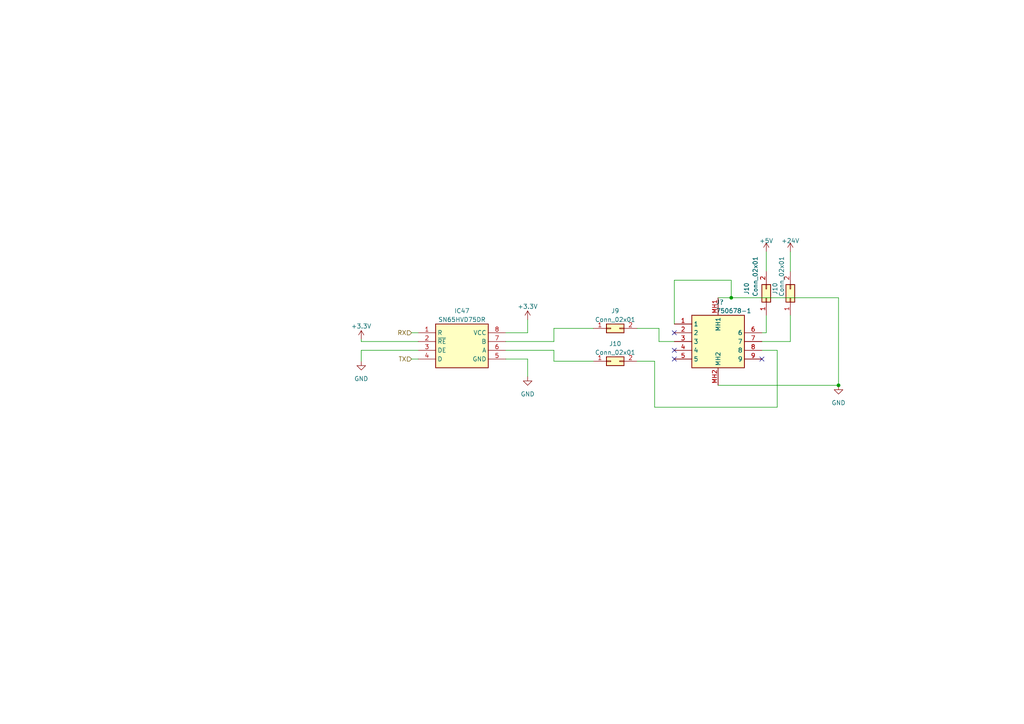
<source format=kicad_sch>
(kicad_sch (version 20230121) (generator eeschema)
  (paper "A4")
  (lib_symbols
    (symbol "750678-1:750678-1"
      (property "Reference" "J" (at 21.59 12.7 0))
      (property "Value" "750678-1" (at 21.59 10.16 0))
      (symbol "750678-1_1_1"
        (rectangle (start 5.08 7.62) (end 20.32 -7.62) (stroke (width 0.254)) (fill (type background)))
        (pin passive line (at 17.78 12.7 270) (length 5.08) (name "1") (number "1"))
        (pin passive line (at 15.24 12.7 270) (length 5.08) (name "2") (number "2"))
        (pin passive line (at 12.7 12.7 270) (length 5.08) (name "3") (number "3"))
        (pin passive line (at 10.16 12.7 270) (length 5.08) (name "4") (number "4"))
        (pin passive line (at 7.62 12.7 270) (length 5.08) (name "5") (number "5"))
        (pin passive line (at 15.24 -12.7 90) (length 5.08) (name "6") (number "6"))
        (pin passive line (at 12.7 -12.7 90) (length 5.08) (name "7") (number "7"))
        (pin passive line (at 10.16 -12.7 90) (length 5.08) (name "8") (number "8"))
        (pin passive line (at 7.62 -12.7 90) (length 5.08) (name "9") (number "9"))
        (pin passive line (at 25.4 0 180) (length 5.08) (name "MH1") (number "MH1"))
        (pin passive line (at 0 0 0) (length 5.08) (name "MH2") (number "MH2"))
      )
    )
    (symbol "Connector_Generic:Conn_02x01" (pin_names (offset 1.016) hide)
      (property "Reference" "J" (at 1.27 2.54 0))
      (property "Value" "Conn_02x01" (at 1.27 -2.54 0))
      (symbol "Conn_02x01_1_1"
        (rectangle (start -1.27 0.127) (end 0 -0.127) (stroke (width 0.1524)))
        (rectangle (start -1.27 1.27) (end 3.81 -1.27) (stroke (width 0.254)) (fill (type background)))
        (rectangle (start 3.81 0.127) (end 2.54 -0.127) (stroke (width 0.1524)))
        (pin passive line (at -5.08 0 0) (length 3.81) (name "Pin_1") (number "1"))
        (pin passive line (at 7.62 0 180) (length 3.81) (name "Pin_2") (number "2"))
      )
    )
    (symbol "SN65HVD75DR:SN65HVD75DR"
      (property "Reference" "IC" (at 21.59 7.62 0))
      (property "Value" "SN65HVD75DR" (at 21.59 5.08 0))
      (symbol "SN65HVD75DR_1_1"
        (rectangle (start 5.08 2.54) (end 20.32 -10.16) (stroke (width 0.254)) (fill (type background)))
        (pin passive line (at 0 0 0) (length 5.08) (name "R") (number "1"))
        (pin passive line (at 0 -2.54 0) (length 5.08) (name "~{RE}") (number "2"))
        (pin passive line (at 0 -5.08 0) (length 5.08) (name "DE") (number "3"))
        (pin passive line (at 0 -7.62 0) (length 5.08) (name "D") (number "4"))
        (pin passive line (at 25.4 -7.62 180) (length 5.08) (name "GND") (number "5"))
        (pin passive line (at 25.4 -5.08 180) (length 5.08) (name "A") (number "6"))
        (pin passive line (at 25.4 -2.54 180) (length 5.08) (name "B") (number "7"))
        (pin passive line (at 25.4 0 180) (length 5.08) (name "VCC") (number "8"))
      )
    )
    (symbol "power:+24V" (power) (pin_names (offset 0))
      (property "Value" "+24V" (at 0 3.556 0))
      (symbol "+24V_0_1"
        (polyline (pts (xy -0.762 1.27) (xy 0 2.54)))
        (polyline (pts (xy 0 0) (xy 0 2.54)))
        (polyline (pts (xy 0 2.54) (xy 0.762 1.27)))
      )
      (symbol "+24V_1_1"
        (pin power_in line (at 0 0 90) (length 0) hide (name "+24V") (number "1"))
      )
    )
    (symbol "power:+3.3V" (power) (pin_names (offset 0))
      (property "Value" "+3.3V" (at 0 3.556 0))
      (symbol "+3.3V_0_1"
        (polyline (pts (xy -0.762 1.27) (xy 0 2.54)))
        (polyline (pts (xy 0 0) (xy 0 2.54)))
        (polyline (pts (xy 0 2.54) (xy 0.762 1.27)))
      )
      (symbol "+3.3V_1_1"
        (pin power_in line (at 0 0 90) (length 0) hide (name "+3.3V") (number "1"))
      )
    )
    (symbol "power:+5V" (power) (pin_names (offset 0))
      (property "Value" "+5V" (at 0 3.556 0))
      (symbol "+5V_0_1"
        (polyline (pts (xy -0.762 1.27) (xy 0 2.54)))
        (polyline (pts (xy 0 0) (xy 0 2.54)))
        (polyline (pts (xy 0 2.54) (xy 0.762 1.27)))
      )
      (symbol "+5V_1_1"
        (pin power_in line (at 0 0 90) (length 0) hide (name "+5V") (number "1"))
      )
    )
    (symbol "power:GND" (power) (pin_names (offset 0))
      (property "Value" "GND" (at 0 -3.81 0))
      (symbol "GND_0_1"
        (polyline (pts (xy 0 0) (xy 0 -1.27) (xy 1.27 -1.27) (xy 0 -2.54) (xy -1.27 -1.27) (xy 0 -1.27)))
      )
      (symbol "GND_1_1"
        (pin power_in line (at 0 0 270) (length 0) hide (name "GND") (number "1"))
      )
    )
  )
  (junction (at 243.205 111.76))
  (junction (at 212.09 86.36))
  (no_connect (at 220.98 104.14))
  (no_connect (at 195.58 104.14))
  (no_connect (at 195.58 101.6))
  (no_connect (at 195.58 96.52))
  (wire (pts (xy 104.775 101.6) (xy 104.775 104.775)))
  (wire (pts (xy 191.135 95.25) (xy 191.135 99.06)))
  (wire (pts (xy 208.28 111.76) (xy 243.205 111.76)))
  (wire (pts (xy 212.09 86.36) (xy 243.205 86.36)))
  (wire (pts (xy 146.685 101.6) (xy 160.655 101.6)))
  (wire (pts (xy 104.775 99.06) (xy 104.775 98.425)))
  (wire (pts (xy 229.235 73.025) (xy 229.235 78.74)))
  (wire (pts (xy 146.685 104.14) (xy 153.035 104.14)))
  (wire (pts (xy 189.865 118.11) (xy 225.425 118.11)))
  (wire (pts (xy 225.425 101.6) (xy 220.98 101.6)))
  (wire (pts (xy 222.25 96.52) (xy 220.98 96.52)))
  (wire (pts (xy 160.655 95.25) (xy 172.085 95.25)))
  (wire (pts (xy 229.235 91.44) (xy 229.235 99.06)))
  (wire (pts (xy 153.035 104.14) (xy 153.035 109.22)))
  (wire (pts (xy 146.685 99.06) (xy 160.655 99.06)))
  (wire (pts (xy 153.035 96.52) (xy 153.035 92.71)))
  (wire (pts (xy 195.58 93.98) (xy 195.58 81.28)))
  (wire (pts (xy 222.25 91.44) (xy 222.25 96.52)))
  (wire (pts (xy 119.38 104.14) (xy 121.285 104.14)))
  (wire (pts (xy 160.655 104.775) (xy 172.085 104.775)))
  (wire (pts (xy 225.425 118.11) (xy 225.425 101.6)))
  (wire (pts (xy 121.285 99.06) (xy 104.775 99.06)))
  (wire (pts (xy 195.58 81.28) (xy 212.09 81.28)))
  (wire (pts (xy 189.865 104.775) (xy 189.865 118.11)))
  (wire (pts (xy 121.285 101.6) (xy 104.775 101.6)))
  (wire (pts (xy 212.09 81.28) (xy 212.09 86.36)))
  (wire (pts (xy 146.685 96.52) (xy 153.035 96.52)))
  (wire (pts (xy 243.205 86.36) (xy 243.205 111.76)))
  (wire (pts (xy 222.25 73.025) (xy 222.25 78.74)))
  (wire (pts (xy 208.28 86.36) (xy 212.09 86.36)))
  (wire (pts (xy 160.655 99.06) (xy 160.655 95.25)))
  (wire (pts (xy 184.785 95.25) (xy 191.135 95.25)))
  (wire (pts (xy 160.655 101.6) (xy 160.655 104.775)))
  (wire (pts (xy 119.38 96.52) (xy 121.285 96.52)))
  (wire (pts (xy 191.135 99.06) (xy 195.58 99.06)))
  (wire (pts (xy 220.98 99.06) (xy 229.235 99.06)))
  (wire (pts (xy 184.785 104.775) (xy 189.865 104.775)))
  (hierarchical_label "TX" (shape input) (at 119.38 104.14 180))
  (hierarchical_label "RX" (shape input) (at 119.38 96.52 180))
  (symbol (lib_id "750678-1:750678-1") (at 208.28 111.76 90) (unit 1)
    (property "Reference" "J?" (at 207.6703 87.63 90) (effects (justify right)))
    (property "Value" "750678-1" (at 207.6703 90.17 90) (effects (justify right)))
    (property "Footprint" "750678-1:7506781" (effects hide))
    (property "Datasheet" "https://www.te.com/commerce/DocumentDelivery/DDEController?Action=showdoc&DocId=Customer+Drawing%7F750678%7FJ%7Fpdf%7FEnglish%7FENG_CD_750678_J.pdf%7F750678-1" (effects hide))
    (property "Height" "14.71" (effects hide))
    (property "Mouser Part Number" "571-7506781" (effects hide))
    (property "Mouser Price/Stock" "https://www.mouser.co.uk/ProductDetail/TE-Connectivity/750678-1?qs=d5w0Orft5ToNQPwAt933DQ%3D%3D" (effects hide))
    (property "Manufacturer_Name" "TE Connectivity" (effects hide))
    (property "Manufacturer_Part_Number" "750678-1" (effects hide))
    (instances (project "PLC-CIM" (path "" (reference "J?") (unit 1)) (path "" (reference "J8") (unit 1)) (path "" (reference "J13") (unit 1))))
  )
  (symbol (lib_id "Connector_Generic:Conn_02x01") (at 222.25 86.36 90) (unit 1)
    (property "Reference" "J10" (at 216.535 81.915 0) (effects (justify right)))
    (property "Value" "Conn_02x01" (at 219.075 74.295 0) (effects (justify right)))
    (property "Footprint" "Connector_PinHeader_2.54mm:PinHeader_2x01_P2.54mm_Vertical" (effects hide))
    (instances (project "PLC-CIM" (path "" (reference "J10") (unit 1)) (path "" (reference "J16") (unit 1))))
  )
  (symbol (lib_id "Connector_Generic:Conn_02x01") (at 177.165 95.25 0) (unit 1)
    (property "Reference" "J9" (at 178.435 90.17 0))
    (property "Value" "Conn_02x01" (at 178.435 92.71 0))
    (property "Footprint" "Connector_PinHeader_2.54mm:PinHeader_2x01_P2.54mm_Vertical" (effects hide))
    (instances (project "PLC-CIM" (path "" (reference "J9") (unit 1)) (path "" (reference "J14") (unit 1))))
  )
  (symbol (lib_id "power:+24V") (at 229.235 73.025 0) (unit 1)
    (property "Reference" "#PWR0286" (effects hide))
    (property "Value" "+24V" (at 229.235 69.85 0))
  )
  (symbol (lib_id "power:GND") (at 243.205 111.76 0) (unit 1)
    (property "Reference" "#PWR0285" (effects hide))
    (property "Value" "GND" (at 243.205 116.84 0))
  )
  (symbol (lib_id "power:+3.3V") (at 104.775 98.425 0) (unit 1)
    (property "Reference" "#PWR0288" (effects hide))
    (property "Value" "+3.3V" (at 104.775 94.615 0))
  )
  (symbol (lib_id "Connector_Generic:Conn_02x01") (at 177.165 104.775 0) (unit 1)
    (property "Reference" "J10" (at 178.435 99.695 0))
    (property "Value" "Conn_02x01" (at 178.435 102.235 0))
    (property "Footprint" "Connector_PinHeader_2.54mm:PinHeader_2x01_P2.54mm_Vertical" (effects hide))
    (instances (project "PLC-CIM" (path "" (reference "J10") (unit 1)) (path "" (reference "J15") (unit 1))))
  )
  (symbol (lib_id "SN65HVD75DR:SN65HVD75DR") (at 121.285 96.52 0) (unit 1)
    (property "Reference" "IC47" (at 133.985 90.17 0))
    (property "Value" "SN65HVD75DR" (at 133.985 92.71 0))
    (property "Footprint" "SN65HVD75DR:SOIC127P600X175-8N" (effects hide))
    (property "Datasheet" "http://www.ti.com/lit/gpn/sn65hvd75" (effects hide))
    (property "Height" "1.75" (effects hide))
    (property "Mouser Part Number" "595-SN65HVD75DR" (effects hide))
    (property "Mouser Price/Stock" "https://www.mouser.co.uk/ProductDetail/Texas-Instruments/SN65HVD75DR?qs=X2y4EmDJZOW1Viw5bHgBbQ%3D%3D" (effects hide))
    (property "Manufacturer_Name" "Texas Instruments" (effects hide))
    (property "Manufacturer_Part_Number" "SN65HVD75DR" (effects hide))
  )
  (symbol (lib_id "Connector_Generic:Conn_02x01") (at 229.235 86.36 90) (unit 1)
    (property "Reference" "J10" (at 224.79 81.915 0) (effects (justify right)))
    (property "Value" "Conn_02x01" (at 226.695 74.295 0) (effects (justify right)))
    (property "Footprint" "Connector_PinHeader_2.54mm:PinHeader_2x01_P2.54mm_Vertical" (effects hide))
    (instances (project "PLC-CIM" (path "" (reference "J10") (unit 1)) (path "" (reference "J17") (unit 1))))
  )
  (symbol (lib_id "power:GND") (at 104.775 104.775 0) (unit 1)
    (property "Reference" "#PWR0289" (effects hide))
    (property "Value" "GND" (at 104.775 109.855 0))
  )
  (symbol (lib_id "power:GND") (at 153.035 109.22 0) (unit 1)
    (property "Reference" "#PWR0290" (effects hide))
    (property "Value" "GND" (at 153.035 114.3 0))
  )
  (symbol (lib_id "power:+5V") (at 222.25 73.025 0) (unit 1)
    (property "Reference" "#PWR0287" (effects hide))
    (property "Value" "+5V" (at 222.25 69.85 0))
  )
  (symbol (lib_id "power:+3.3V") (at 153.035 92.71 0) (unit 1)
    (property "Reference" "#PWR0291" (effects hide))
    (property "Value" "+3.3V" (at 153.035 88.9 0))
  )
)
</source>
